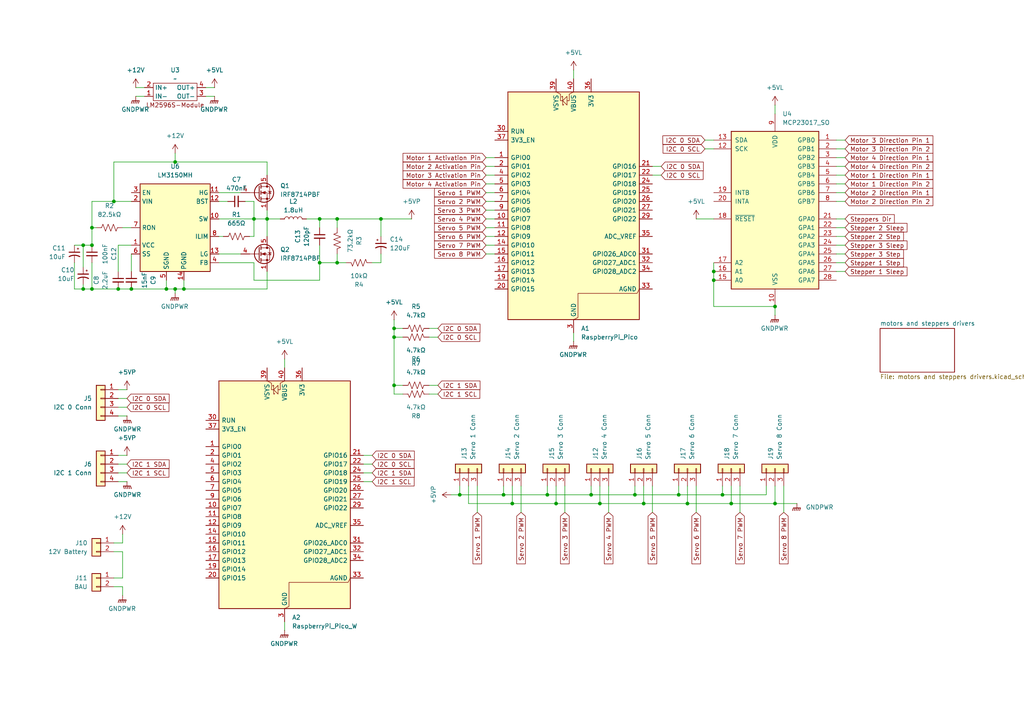
<source format=kicad_sch>
(kicad_sch (version 20250114) (generator "eeschema") (generator_version "9.0")
  (paper "A4")
  (lib_symbols
    (symbol "Connector_Generic:Conn_01x02" (pin_names (offset 1.016) (hide yes))
      (property "Reference" "J" (at 0 2.54 0))
      (property "Value" "Conn_01x02" (at 0 -5.08 0))
      (symbol "Conn_01x02_1_1"
        (pin passive line (at -5.08 0 0) (length 3.81) (name "Pin_1") (number "1"))
        (pin passive line (at -5.08 -2.54 0) (length 3.81) (name "Pin_2") (number "2"))
      )
    )
    (symbol "Connector_Generic:Conn_01x03" (pin_names (offset 1.016) (hide yes))
      (property "Reference" "J" (at 0 5.08 0))
      (property "Value" "Conn_01x03" (at 0 -5.08 0))
      (symbol "Conn_01x03_1_1"
        (pin passive line (at -5.08 2.54 0) (length 3.81) (name "Pin_1") (number "1"))
        (pin passive line (at -5.08 0 0) (length 3.81) (name "Pin_2") (number "2"))
        (pin passive line (at -5.08 -2.54 0) (length 3.81) (name "Pin_3") (number "3"))
      )
    )
    (symbol "Connector_Generic:Conn_01x04" (pin_names (offset 1.016) (hide yes))
      (property "Reference" "J" (at 0 5.08 0))
      (property "Value" "Conn_01x04" (at 0 -7.62 0))
      (symbol "Conn_01x04_1_1"
        (pin passive line (at -5.08 2.54 0) (length 3.81) (name "Pin_1") (number "1"))
        (pin passive line (at -5.08 0 0) (length 3.81) (name "Pin_2") (number "2"))
        (pin passive line (at -5.08 -2.54 0) (length 3.81) (name "Pin_3") (number "3"))
        (pin passive line (at -5.08 -5.08 0) (length 3.81) (name "Pin_4") (number "4"))
      )
    )
    (symbol "Device:C_Polarized_Small_US" (pin_numbers (hide yes)) (pin_names (offset 0.254) (hide yes))
      (property "Reference" "C" (at 0.254 1.778 0))
      (property "Value" "C_Polarized_Small_US" (at 0.254 -2.032 0))
      (symbol "C_Polarized_Small_US_1_1"
        (pin passive line (at 0 2.54 270) (length 2.032) (name "~") (number "1"))
        (pin passive line (at 0 -2.54 90) (length 2.032) (name "~") (number "2"))
      )
    )
    (symbol "Device:C_Small" (pin_numbers (hide yes)) (pin_names (offset 0.254) (hide yes))
      (property "Reference" "C" (at 0.254 1.778 0))
      (property "Value" "C_Small" (at 0.254 -2.032 0))
      (symbol "C_Small_1_1"
        (pin passive line (at 0 2.54 270) (length 2.032) (name "~") (number "1"))
        (pin passive line (at 0 -2.54 90) (length 2.032) (name "~") (number "2"))
      )
    )
    (symbol "Device:L" (pin_numbers (hide yes)) (pin_names (offset 1.016) (hide yes))
      (property "Reference" "L" (at -1.27 0 90))
      (property "Value" "L" (at 1.905 0 90))
      (symbol "L_1_1"
        (pin passive line (at 0 3.81 270) (length 1.27) (name "1") (number "1"))
        (pin passive line (at 0 -3.81 90) (length 1.27) (name "2") (number "2"))
      )
    )
    (symbol "Device:R_US" (pin_numbers (hide yes)) (pin_names (offset 0))
      (property "Reference" "R" (at 2.54 0 90))
      (property "Value" "R_US" (at -2.54 0 90))
      (symbol "R_US_1_1"
        (pin passive line (at 0 3.81 270) (length 1.27) (name "~") (number "1"))
        (pin passive line (at 0 -3.81 90) (length 1.27) (name "~") (number "2"))
      )
    )
    (symbol "Interface_Expansion:MCP23017_SO" (pin_names (offset 1.016))
      (property "Reference" "U" (at -11.43 24.13 0))
      (property "Value" "MCP23017_SO" (at 0 0 0))
      (symbol "MCP23017_SO_1_1"
        (pin bidirectional line (at -17.78 20.32 0) (length 5.08) (name "SDA") (number "13"))
        (pin input line (at -17.78 17.78 0) (length 5.08) (name "SCK") (number "12"))
        (pin tri_state line (at -17.78 5.08 0) (length 5.08) (name "INTB") (number "19"))
        (pin tri_state line (at -17.78 2.54 0) (length 5.08) (name "INTA") (number "20"))
        (pin input line (at -17.78 -2.54 0) (length 5.08) (name "~{RESET}") (number "18"))
        (pin input line (at -17.78 -15.24 0) (length 5.08) (name "A2") (number "17"))
        (pin input line (at -17.78 -17.78 0) (length 5.08) (name "A1") (number "16"))
        (pin input line (at -17.78 -20.32 0) (length 5.08) (name "A0") (number "15"))
        (pin no_connect line (at -12.7 15.24 0) (length 5.08) (hide yes) (name "NC") (number "11"))
        (pin no_connect line (at -12.7 12.7 0) (length 5.08) (hide yes) (name "NC") (number "14"))
        (pin power_in line (at 0 27.94 270) (length 5.08) (name "VDD") (number "9"))
        (pin power_in line (at 0 -27.94 90) (length 5.08) (name "VSS") (number "10"))
        (pin bidirectional line (at 17.78 20.32 180) (length 5.08) (name "GPB0") (number "1"))
        (pin bidirectional line (at 17.78 17.78 180) (length 5.08) (name "GPB1") (number "2"))
        (pin bidirectional line (at 17.78 15.24 180) (length 5.08) (name "GPB2") (number "3"))
        (pin bidirectional line (at 17.78 12.7 180) (length 5.08) (name "GPB3") (number "4"))
        (pin bidirectional line (at 17.78 10.16 180) (length 5.08) (name "GPB4") (number "5"))
        (pin bidirectional line (at 17.78 7.62 180) (length 5.08) (name "GPB5") (number "6"))
        (pin bidirectional line (at 17.78 5.08 180) (length 5.08) (name "GPB6") (number "7"))
        (pin output line (at 17.78 2.54 180) (length 5.08) (name "GPB7") (number "8"))
        (pin bidirectional line (at 17.78 -2.54 180) (length 5.08) (name "GPA0") (number "21"))
        (pin bidirectional line (at 17.78 -5.08 180) (length 5.08) (name "GPA1") (number "22"))
        (pin bidirectional line (at 17.78 -7.62 180) (length 5.08) (name "GPA2") (number "23"))
        (pin bidirectional line (at 17.78 -10.16 180) (length 5.08) (name "GPA3") (number "24"))
        (pin bidirectional line (at 17.78 -12.7 180) (length 5.08) (name "GPA4") (number "25"))
        (pin bidirectional line (at 17.78 -15.24 180) (length 5.08) (name "GPA5") (number "26"))
        (pin bidirectional line (at 17.78 -17.78 180) (length 5.08) (name "GPA6") (number "27"))
        (pin output line (at 17.78 -20.32 180) (length 5.08) (name "GPA7") (number "28"))
      )
    )
    (symbol "LM2596S-Module:LM2596S-Module"
      (property "Reference" "U" (at 0 3.556 0))
      (symbol "LM2596S-Module_1_1"
        (text "LM2596S-Module" (at 0 -3.81 0) (effects (font (size 1.27 1.27))))
        (pin input line (at -8.89 1.27 0) (length 2.54) (name "IN+") (number "2"))
        (pin input line (at -8.89 -1.27 0) (length 2.54) (name "IN-") (number "1"))
        (pin input line (at 8.89 1.27 180) (length 2.54) (name "OUT+") (number "4"))
        (pin input line (at 8.89 -1.27 180) (length 2.54) (name "OUT-") (number "3"))
      )
    )
    (symbol "MCU_Module:RaspberryPi_Pico" (pin_names (offset 0.762))
      (property "Reference" "A" (at -19.05 35.56 0))
      (property "Value" "RaspberryPi_Pico" (at 7.62 35.56 0))
      (symbol "RaspberryPi_Pico_1_1"
        (pin passive line (at -22.86 22.86 0) (length 3.81) (name "RUN") (number "30"))
        (pin passive line (at -22.86 20.32 0) (length 3.81) (name "3V3_EN") (number "37"))
        (pin bidirectional line (at -22.86 15.24 0) (length 3.81) (name "GPIO0") (number "1"))
        (pin bidirectional line (at -22.86 12.7 0) (length 3.81) (name "GPIO1") (number "2"))
        (pin bidirectional line (at -22.86 10.16 0) (length 3.81) (name "GPIO2") (number "4"))
        (pin bidirectional line (at -22.86 7.62 0) (length 3.81) (name "GPIO3") (number "5"))
        (pin bidirectional line (at -22.86 5.08 0) (length 3.81) (name "GPIO4") (number "6"))
        (pin bidirectional line (at -22.86 2.54 0) (length 3.81) (name "GPIO5") (number "7"))
        (pin bidirectional line (at -22.86 0 0) (length 3.81) (name "GPIO6") (number "9"))
        (pin bidirectional line (at -22.86 -2.54 0) (length 3.81) (name "GPIO7") (number "10"))
        (pin bidirectional line (at -22.86 -5.08 0) (length 3.81) (name "GPIO8") (number "11"))
        (pin bidirectional line (at -22.86 -7.62 0) (length 3.81) (name "GPIO9") (number "12"))
        (pin bidirectional line (at -22.86 -10.16 0) (length 3.81) (name "GPIO10") (number "14"))
        (pin bidirectional line (at -22.86 -12.7 0) (length 3.81) (name "GPIO11") (number "15"))
        (pin bidirectional line (at -22.86 -15.24 0) (length 3.81) (name "GPIO12") (number "16"))
        (pin bidirectional line (at -22.86 -17.78 0) (length 3.81) (name "GPIO13") (number "17"))
        (pin bidirectional line (at -22.86 -20.32 0) (length 3.81) (name "GPIO14") (number "19"))
        (pin bidirectional line (at -22.86 -22.86 0) (length 3.81) (name "GPIO15") (number "20"))
        (pin power_in line (at -5.08 38.1 270) (length 3.81) (name "VSYS") (number "39"))
        (pin power_out line (at 0 38.1 270) (length 3.81) (name "VBUS") (number "40"))
        (pin passive line (at 0 -35.56 90) (length 3.81) (hide yes) (name "GND") (number "13"))
        (pin passive line (at 0 -35.56 90) (length 3.81) (hide yes) (name "GND") (number "18"))
        (pin passive line (at 0 -35.56 90) (length 3.81) (hide yes) (name "GND") (number "23"))
        (pin passive line (at 0 -35.56 90) (length 3.81) (hide yes) (name "GND") (number "28"))
        (pin power_out line (at 0 -35.56 90) (length 3.81) (name "GND") (number "3"))
        (pin passive line (at 0 -35.56 90) (length 3.81) (hide yes) (name "GND") (number "38"))
        (pin passive line (at 0 -35.56 90) (length 3.81) (hide yes) (name "GND") (number "8"))
        (pin power_out line (at 5.08 38.1 270) (length 3.81) (name "3V3") (number "36"))
        (pin bidirectional line (at 22.86 12.7 180) (length 3.81) (name "GPIO16") (number "21"))
        (pin bidirectional line (at 22.86 10.16 180) (length 3.81) (name "GPIO17") (number "22"))
        (pin bidirectional line (at 22.86 7.62 180) (length 3.81) (name "GPIO18") (number "24"))
        (pin bidirectional line (at 22.86 5.08 180) (length 3.81) (name "GPIO19") (number "25"))
        (pin bidirectional line (at 22.86 2.54 180) (length 3.81) (name "GPIO20") (number "26"))
        (pin bidirectional line (at 22.86 0 180) (length 3.81) (name "GPIO21") (number "27"))
        (pin bidirectional line (at 22.86 -2.54 180) (length 3.81) (name "GPIO22") (number "29"))
        (pin power_in line (at 22.86 -7.62 180) (length 3.81) (name "ADC_VREF") (number "35"))
        (pin bidirectional line (at 22.86 -12.7 180) (length 3.81) (name "GPIO26_ADC0") (number "31"))
        (pin bidirectional line (at 22.86 -15.24 180) (length 3.81) (name "GPIO27_ADC1") (number "32"))
        (pin bidirectional line (at 22.86 -17.78 180) (length 3.81) (name "GPIO28_ADC2") (number "34"))
        (pin power_out line (at 22.86 -22.86 180) (length 3.81) (name "AGND") (number "33"))
      )
    )
    (symbol "MCU_Module:RaspberryPi_Pico_W" (pin_names (offset 0.762))
      (property "Reference" "A" (at -19.05 35.56 0))
      (property "Value" "RaspberryPi_Pico_W" (at 7.62 35.56 0))
      (symbol "RaspberryPi_Pico_W_1_1"
        (pin passive line (at -22.86 22.86 0) (length 3.81) (name "RUN") (number "30"))
        (pin passive line (at -22.86 20.32 0) (length 3.81) (name "3V3_EN") (number "37"))
        (pin bidirectional line (at -22.86 15.24 0) (length 3.81) (name "GPIO0") (number "1"))
        (pin bidirectional line (at -22.86 12.7 0) (length 3.81) (name "GPIO1") (number "2"))
        (pin bidirectional line (at -22.86 10.16 0) (length 3.81) (name "GPIO2") (number "4"))
        (pin bidirectional line (at -22.86 7.62 0) (length 3.81) (name "GPIO3") (number "5"))
        (pin bidirectional line (at -22.86 5.08 0) (length 3.81) (name "GPIO4") (number "6"))
        (pin bidirectional line (at -22.86 2.54 0) (length 3.81) (name "GPIO5") (number "7"))
        (pin bidirectional line (at -22.86 0 0) (length 3.81) (name "GPIO6") (number "9"))
        (pin bidirectional line (at -22.86 -2.54 0) (length 3.81) (name "GPIO7") (number "10"))
        (pin bidirectional line (at -22.86 -5.08 0) (length 3.81) (name "GPIO8") (number "11"))
        (pin bidirectional line (at -22.86 -7.62 0) (length 3.81) (name "GPIO9") (number "12"))
        (pin bidirectional line (at -22.86 -10.16 0) (length 3.81) (name "GPIO10") (number "14"))
        (pin bidirectional line (at -22.86 -12.7 0) (length 3.81) (name "GPIO11") (number "15"))
        (pin bidirectional line (at -22.86 -15.24 0) (length 3.81) (name "GPIO12") (number "16"))
        (pin bidirectional line (at -22.86 -17.78 0) (length 3.81) (name "GPIO13") (number "17"))
        (pin bidirectional line (at -22.86 -20.32 0) (length 3.81) (name "GPIO14") (number "19"))
        (pin bidirectional line (at -22.86 -22.86 0) (length 3.81) (name "GPIO15") (number "20"))
        (pin power_in line (at -5.08 38.1 270) (length 3.81) (name "VSYS") (number "39"))
        (pin power_out line (at 0 38.1 270) (length 3.81) (name "VBUS") (number "40"))
        (pin passive line (at 0 -35.56 90) (length 3.81) (hide yes) (name "GND") (number "13"))
        (pin passive line (at 0 -35.56 90) (length 3.81) (hide yes) (name "GND") (number "18"))
        (pin passive line (at 0 -35.56 90) (length 3.81) (hide yes) (name "GND") (number "23"))
        (pin passive line (at 0 -35.56 90) (length 3.81) (hide yes) (name "GND") (number "28"))
        (pin power_out line (at 0 -35.56 90) (length 3.81) (name "GND") (number "3"))
        (pin passive line (at 0 -35.56 90) (length 3.81) (hide yes) (name "GND") (number "38"))
        (pin passive line (at 0 -35.56 90) (length 3.81) (hide yes) (name "GND") (number "8"))
        (pin power_out line (at 5.08 38.1 270) (length 3.81) (name "3V3") (number "36"))
        (pin bidirectional line (at 22.86 12.7 180) (length 3.81) (name "GPIO16") (number "21"))
        (pin bidirectional line (at 22.86 10.16 180) (length 3.81) (name "GPIO17") (number "22"))
        (pin bidirectional line (at 22.86 7.62 180) (length 3.81) (name "GPIO18") (number "24"))
        (pin bidirectional line (at 22.86 5.08 180) (length 3.81) (name "GPIO19") (number "25"))
        (pin bidirectional line (at 22.86 2.54 180) (length 3.81) (name "GPIO20") (number "26"))
        (pin bidirectional line (at 22.86 0 180) (length 3.81) (name "GPIO21") (number "27"))
        (pin bidirectional line (at 22.86 -2.54 180) (length 3.81) (name "GPIO22") (number "29"))
        (pin power_in line (at 22.86 -7.62 180) (length 3.81) (name "ADC_VREF") (number "35"))
        (pin bidirectional line (at 22.86 -12.7 180) (length 3.81) (name "GPIO26_ADC0") (number "31"))
        (pin bidirectional line (at 22.86 -15.24 180) (length 3.81) (name "GPIO27_ADC1") (number "32"))
        (pin bidirectional line (at 22.86 -17.78 180) (length 3.81) (name "GPIO28_ADC2") (number "34"))
        (pin power_out line (at 22.86 -22.86 180) (length 3.81) (name "AGND") (number "33"))
      )
    )
    (symbol "Regulator_Switching:LM3150MH"
      (property "Reference" "U" (at -10.16 13.97 0))
      (property "Value" "LM3150MH" (at 2.54 13.97 0))
      (symbol "LM3150MH_1_1"
        (pin input line (at -12.7 10.16 0) (length 2.54) (name "EN") (number "3"))
        (pin power_in line (at -12.7 7.62 0) (length 2.54) (name "VIN") (number "2"))
        (pin input line (at -12.7 0 0) (length 2.54) (name "RON") (number "7"))
        (pin power_out line (at -12.7 -5.08 0) (length 2.54) (name "VCC") (number "1"))
        (pin passive line (at -12.7 -7.62 0) (length 2.54) (name "SS") (number "6"))
        (pin passive line (at -2.54 -15.24 90) (length 2.54) (hide yes) (name "SGND") (number "15"))
        (pin power_in line (at -2.54 -15.24 90) (length 2.54) (name "SGND") (number "5"))
        (pin passive line (at -2.54 -15.24 90) (length 2.54) (hide yes) (name "SGND") (number "9"))
        (pin power_in line (at 2.54 -15.24 90) (length 2.54) (name "PGND") (number "14"))
        (pin output line (at 12.7 10.16 180) (length 2.54) (name "HG") (number "11"))
        (pin passive line (at 12.7 7.62 180) (length 2.54) (name "BST") (number "12"))
        (pin output line (at 12.7 2.54 180) (length 2.54) (name "SW") (number "10"))
        (pin input line (at 12.7 -2.54 180) (length 2.54) (name "ILIM") (number "8"))
        (pin output line (at 12.7 -7.62 180) (length 2.54) (name "LG") (number "13"))
        (pin input line (at 12.7 -10.16 180) (length 2.54) (name "FB") (number "4"))
      )
    )
    (symbol "Transistor_FET:IRF8721PBF-1" (pin_names (hide yes))
      (property "Reference" "Q" (at 5.08 2.54 0))
      (property "Value" "IRF8721PBF-1" (at 5.08 0 0))
      (symbol "IRF8721PBF-1_1_1"
        (pin input line (at -5.08 0 0) (length 2.54) (name "G") (number "4"))
        (pin passive line (at 2.54 5.08 270) (length 2.54) (name "D") (number "5"))
        (pin passive line (at 2.54 5.08 270) (length 2.54) (hide yes) (name "D") (number "6"))
        (pin passive line (at 2.54 5.08 270) (length 2.54) (hide yes) (name "D") (number "7"))
        (pin passive line (at 2.54 5.08 270) (length 2.54) (hide yes) (name "D") (number "8"))
        (pin passive line (at 2.54 -5.08 90) (length 2.54) (name "S") (number "1"))
        (pin passive line (at 2.54 -5.08 90) (length 2.54) (hide yes) (name "S") (number "2"))
        (pin passive line (at 2.54 -5.08 90) (length 2.54) (hide yes) (name "S") (number "3"))
      )
    )
    (symbol "power:+12V" (power) (pin_numbers (hide yes)) (pin_names (offset 0) (hide yes))
      (property "Value" "+12V" (at 0 3.556 0))
      (symbol "+12V_1_1"
        (pin power_in line (at 0 0 90) (length 0) (name "~") (number "1"))
      )
    )
    (symbol "power:+5VL" (power) (pin_numbers (hide yes)) (pin_names (offset 0) (hide yes))
      (property "Value" "+5VL" (at 0 3.556 0))
      (symbol "+5VL_1_1"
        (pin power_in line (at 0 0 90) (length 0) (name "~") (number "1"))
      )
    )
    (symbol "power:+5VP" (power) (pin_numbers (hide yes)) (pin_names (offset 0) (hide yes))
      (property "Value" "+5VP" (at 0 3.556 0))
      (symbol "+5VP_1_1"
        (pin power_in line (at 0 0 90) (length 0) (name "~") (number "1"))
      )
    )
    (symbol "power:GNDPWR" (power) (pin_numbers (hide yes)) (pin_names (offset 0) (hide yes))
      (property "Value" "GNDPWR" (at 0 -3.302 0))
      (symbol "GNDPWR_1_1"
        (pin power_in line (at 0 0 270) (length 0) (name "~") (number "1"))
      )
    )
  )
  (junction (at 26.67 66.04))
  (junction (at 224.79 88.9))
  (junction (at 50.8 83.82))
  (junction (at 38.1 83.82))
  (junction (at 48.26 83.82))
  (junction (at 207.01 81.28))
  (junction (at 34.29 83.82))
  (junction (at 133.35 143.51))
  (junction (at 184.15 143.51))
  (junction (at 209.55 143.51))
  (junction (at 110.49 63.5))
  (junction (at 53.34 83.82))
  (junction (at 73.66 63.5))
  (junction (at 114.3 97.79))
  (junction (at 196.85 143.51))
  (junction (at 207.01 78.74))
  (junction (at 77.47 63.5))
  (junction (at 33.02 58.42))
  (junction (at 26.67 71.12))
  (junction (at 148.59 146.05))
  (junction (at 97.79 76.2))
  (junction (at 24.13 71.12))
  (junction (at 50.8 46.99))
  (junction (at 171.45 143.51))
  (junction (at 92.71 63.5))
  (junction (at 158.75 143.51))
  (junction (at 173.99 146.05))
  (junction (at 186.69 146.05))
  (junction (at 212.09 146.05))
  (junction (at 114.3 95.25))
  (junction (at 224.79 146.05))
  (junction (at 26.67 83.82))
  (junction (at 24.13 83.82))
  (junction (at 146.05 143.51))
  (junction (at 114.3 111.76))
  (junction (at 97.79 63.5))
  (junction (at 92.71 76.2))
  (junction (at 161.29 146.05))
  (junction (at 199.39 146.05))
  (wire (pts (xy 207.01 76.2) (xy 207.01 78.74)))
  (wire (pts (xy 148.59 146.05) (xy 161.29 146.05)))
  (wire (pts (xy 77.47 60.96) (xy 77.47 63.5)))
  (wire (pts (xy 204.47 40.64) (xy 207.01 40.64)))
  (wire (pts (xy 146.05 143.51) (xy 146.05 140.97)))
  (wire (pts (xy 140.97 73.66) (xy 143.51 73.66)))
  (wire (pts (xy 26.67 66.04) (xy 27.94 66.04)))
  (wire (pts (xy 196.85 143.51) (xy 196.85 140.97)))
  (wire (pts (xy 72.39 68.58) (xy 73.66 68.58)))
  (wire (pts (xy 127 95.25) (xy 124.46 95.25)))
  (wire (pts (xy 34.29 118.11) (xy 36.83 118.11)))
  (wire (pts (xy 245.11 43.18) (xy 242.57 43.18)))
  (wire (pts (xy 245.11 50.8) (xy 242.57 50.8)))
  (wire (pts (xy 34.29 115.57) (xy 36.83 115.57)))
  (wire (pts (xy 63.5 58.42) (xy 66.04 58.42)))
  (wire (pts (xy 209.55 143.51) (xy 209.55 140.97)))
  (wire (pts (xy 33.02 170.18) (xy 35.56 170.18)))
  (wire (pts (xy 24.13 82.55) (xy 24.13 83.82)))
  (wire (pts (xy 26.67 58.42) (xy 26.67 66.04)))
  (wire (pts (xy 148.59 146.05) (xy 148.59 140.97)))
  (wire (pts (xy 166.37 96.52) (xy 166.37 99.06)))
  (wire (pts (xy 35.56 154.94) (xy 35.56 157.48)))
  (wire (pts (xy 245.11 68.58) (xy 242.57 68.58)))
  (wire (pts (xy 140.97 48.26) (xy 143.51 48.26)))
  (wire (pts (xy 201.93 148.59) (xy 201.93 140.97)))
  (wire (pts (xy 245.11 66.04) (xy 242.57 66.04)))
  (wire (pts (xy 21.59 83.82) (xy 24.13 83.82)))
  (wire (pts (xy 186.69 146.05) (xy 199.39 146.05)))
  (wire (pts (xy 135.89 146.05) (xy 148.59 146.05)))
  (wire (pts (xy 140.97 58.42) (xy 143.51 58.42)))
  (wire (pts (xy 176.53 148.59) (xy 176.53 140.97)))
  (wire (pts (xy 158.75 143.51) (xy 171.45 143.51)))
  (wire (pts (xy 201.93 63.5) (xy 207.01 63.5)))
  (wire (pts (xy 186.69 146.05) (xy 186.69 140.97)))
  (wire (pts (xy 110.49 68.58) (xy 110.49 63.5)))
  (wire (pts (xy 33.02 157.48) (xy 35.56 157.48)))
  (wire (pts (xy 212.09 146.05) (xy 212.09 140.97)))
  (wire (pts (xy 110.49 76.2) (xy 107.95 76.2)))
  (wire (pts (xy 73.66 63.5) (xy 73.66 68.58)))
  (wire (pts (xy 77.47 63.5) (xy 81.28 63.5)))
  (wire (pts (xy 166.37 20.32) (xy 166.37 22.86)))
  (wire (pts (xy 24.13 71.12) (xy 26.67 71.12)))
  (wire (pts (xy 50.8 46.99) (xy 33.02 46.99)))
  (wire (pts (xy 38.1 83.82) (xy 48.26 83.82)))
  (wire (pts (xy 82.55 180.34) (xy 82.55 182.88)))
  (wire (pts (xy 88.9 63.5) (xy 92.71 63.5)))
  (wire (pts (xy 163.83 148.59) (xy 163.83 140.97)))
  (wire (pts (xy 24.13 77.47) (xy 24.13 71.12)))
  (wire (pts (xy 224.79 30.48) (xy 224.79 33.02)))
  (wire (pts (xy 73.66 63.5) (xy 77.47 63.5)))
  (wire (pts (xy 59.69 27.94) (xy 62.23 27.94)))
  (wire (pts (xy 77.47 63.5) (xy 77.47 68.58)))
  (wire (pts (xy 110.49 73.66) (xy 110.49 76.2)))
  (wire (pts (xy 73.66 76.2) (xy 63.5 76.2)))
  (wire (pts (xy 245.11 76.2) (xy 242.57 76.2)))
  (wire (pts (xy 138.43 148.59) (xy 138.43 140.97)))
  (wire (pts (xy 151.13 148.59) (xy 151.13 140.97)))
  (wire (pts (xy 35.56 160.02) (xy 35.56 167.64)))
  (wire (pts (xy 33.02 46.99) (xy 33.02 58.42)))
  (wire (pts (xy 77.47 83.82) (xy 53.34 83.82)))
  (wire (pts (xy 171.45 143.51) (xy 171.45 140.97)))
  (wire (pts (xy 97.79 76.2) (xy 100.33 76.2)))
  (wire (pts (xy 173.99 146.05) (xy 186.69 146.05)))
  (wire (pts (xy 222.25 143.51) (xy 222.25 140.97)))
  (wire (pts (xy 133.35 143.51) (xy 146.05 143.51)))
  (wire (pts (xy 114.3 92.71) (xy 114.3 95.25)))
  (wire (pts (xy 105.41 137.16) (xy 107.95 137.16)))
  (wire (pts (xy 38.1 73.66) (xy 38.1 78.74)))
  (wire (pts (xy 114.3 114.3) (xy 116.84 114.3)))
  (wire (pts (xy 77.47 78.74) (xy 77.47 83.82)))
  (wire (pts (xy 36.83 139.7) (xy 34.29 139.7)))
  (wire (pts (xy 77.47 50.8) (xy 77.47 46.99)))
  (wire (pts (xy 224.79 88.9) (xy 224.79 91.44)))
  (wire (pts (xy 184.15 143.51) (xy 184.15 140.97)))
  (wire (pts (xy 224.79 146.05) (xy 224.79 140.97)))
  (wire (pts (xy 26.67 66.04) (xy 26.67 71.12)))
  (wire (pts (xy 146.05 143.51) (xy 158.75 143.51)))
  (wire (pts (xy 82.55 104.14) (xy 82.55 106.68)))
  (wire (pts (xy 34.29 137.16) (xy 36.83 137.16)))
  (wire (pts (xy 199.39 146.05) (xy 199.39 140.97)))
  (wire (pts (xy 207.01 81.28) (xy 207.01 88.9)))
  (wire (pts (xy 92.71 63.5) (xy 92.71 66.04)))
  (wire (pts (xy 110.49 63.5) (xy 119.38 63.5)))
  (wire (pts (xy 33.02 58.42) (xy 38.1 58.42)))
  (wire (pts (xy 161.29 146.05) (xy 173.99 146.05)))
  (wire (pts (xy 77.47 46.99) (xy 50.8 46.99)))
  (wire (pts (xy 140.97 63.5) (xy 143.51 63.5)))
  (wire (pts (xy 140.97 50.8) (xy 143.51 50.8)))
  (wire (pts (xy 207.01 78.74) (xy 207.01 81.28)))
  (wire (pts (xy 135.89 146.05) (xy 135.89 140.97)))
  (wire (pts (xy 35.56 160.02) (xy 33.02 160.02)))
  (wire (pts (xy 173.99 146.05) (xy 173.99 140.97)))
  (wire (pts (xy 140.97 68.58) (xy 143.51 68.58)))
  (wire (pts (xy 107.95 132.08) (xy 105.41 132.08)))
  (wire (pts (xy 92.71 63.5) (xy 97.79 63.5)))
  (wire (pts (xy 133.35 143.51) (xy 133.35 140.97)))
  (wire (pts (xy 92.71 81.28) (xy 92.71 76.2)))
  (wire (pts (xy 73.66 76.2) (xy 73.66 81.28)))
  (wire (pts (xy 34.29 71.12) (xy 38.1 71.12)))
  (wire (pts (xy 199.39 146.05) (xy 212.09 146.05)))
  (wire (pts (xy 114.3 95.25) (xy 114.3 97.79)))
  (wire (pts (xy 114.3 97.79) (xy 114.3 111.76)))
  (wire (pts (xy 35.56 66.04) (xy 38.1 66.04)))
  (wire (pts (xy 227.33 148.59) (xy 227.33 140.97)))
  (wire (pts (xy 245.11 58.42) (xy 242.57 58.42)))
  (wire (pts (xy 26.67 83.82) (xy 34.29 83.82)))
  (wire (pts (xy 245.11 48.26) (xy 242.57 48.26)))
  (wire (pts (xy 92.71 76.2) (xy 97.79 76.2)))
  (wire (pts (xy 48.26 81.28) (xy 48.26 83.82)))
  (wire (pts (xy 36.83 113.03) (xy 34.29 113.03)))
  (wire (pts (xy 214.63 148.59) (xy 214.63 140.97)))
  (wire (pts (xy 50.8 83.82) (xy 53.34 83.82)))
  (wire (pts (xy 245.11 53.34) (xy 242.57 53.34)))
  (wire (pts (xy 184.15 143.51) (xy 196.85 143.51)))
  (wire (pts (xy 207.01 88.9) (xy 224.79 88.9)))
  (wire (pts (xy 196.85 143.51) (xy 209.55 143.51)))
  (wire (pts (xy 245.11 55.88) (xy 242.57 55.88)))
  (wire (pts (xy 35.56 167.64) (xy 33.02 167.64)))
  (wire (pts (xy 204.47 43.18) (xy 207.01 43.18)))
  (wire (pts (xy 107.95 134.62) (xy 105.41 134.62)))
  (wire (pts (xy 21.59 71.12) (xy 24.13 71.12)))
  (wire (pts (xy 34.29 78.74) (xy 34.29 71.12)))
  (wire (pts (xy 116.84 95.25) (xy 114.3 95.25)))
  (wire (pts (xy 130.81 143.51) (xy 133.35 143.51)))
  (wire (pts (xy 140.97 55.88) (xy 143.51 55.88)))
  (wire (pts (xy 36.83 132.08) (xy 34.29 132.08)))
  (wire (pts (xy 59.69 25.4) (xy 62.23 25.4)))
  (wire (pts (xy 114.3 97.79) (xy 116.84 97.79)))
  (wire (pts (xy 97.79 76.2) (xy 97.79 73.66)))
  (wire (pts (xy 92.71 71.12) (xy 92.71 76.2)))
  (wire (pts (xy 127 111.76) (xy 124.46 111.76)))
  (wire (pts (xy 245.11 71.12) (xy 242.57 71.12)))
  (wire (pts (xy 171.45 143.51) (xy 184.15 143.51)))
  (wire (pts (xy 189.23 48.26) (xy 191.77 48.26)))
  (wire (pts (xy 34.29 134.62) (xy 36.83 134.62)))
  (wire (pts (xy 209.55 143.51) (xy 222.25 143.51)))
  (wire (pts (xy 73.66 58.42) (xy 73.66 63.5)))
  (wire (pts (xy 245.11 73.66) (xy 242.57 73.66)))
  (wire (pts (xy 21.59 76.2) (xy 21.59 83.82)))
  (wire (pts (xy 189.23 50.8) (xy 191.77 50.8)))
  (wire (pts (xy 127 114.3) (xy 124.46 114.3)))
  (wire (pts (xy 158.75 143.51) (xy 158.75 140.97)))
  (wire (pts (xy 212.09 146.05) (xy 224.79 146.05)))
  (wire (pts (xy 140.97 53.34) (xy 143.51 53.34)))
  (wire (pts (xy 224.79 146.05) (xy 231.14 146.05)))
  (wire (pts (xy 24.13 83.82) (xy 26.67 83.82)))
  (wire (pts (xy 26.67 58.42) (xy 33.02 58.42)))
  (wire (pts (xy 39.37 27.94) (xy 41.91 27.94)))
  (wire (pts (xy 50.8 44.45) (xy 50.8 46.99)))
  (wire (pts (xy 140.97 45.72) (xy 143.51 45.72)))
  (wire (pts (xy 50.8 83.82) (xy 50.8 85.09)))
  (wire (pts (xy 140.97 71.12) (xy 143.51 71.12)))
  (wire (pts (xy 35.56 170.18) (xy 35.56 172.72)))
  (wire (pts (xy 63.5 63.5) (xy 73.66 63.5)))
  (wire (pts (xy 48.26 83.82) (xy 50.8 83.82)))
  (wire (pts (xy 36.83 120.65) (xy 34.29 120.65)))
  (wire (pts (xy 189.23 148.59) (xy 189.23 140.97)))
  (wire (pts (xy 245.11 40.64) (xy 242.57 40.64)))
  (wire (pts (xy 53.34 81.28) (xy 53.34 83.82)))
  (wire (pts (xy 71.12 58.42) (xy 73.66 58.42)))
  (wire (pts (xy 39.37 25.4) (xy 41.91 25.4)))
  (wire (pts (xy 140.97 60.96) (xy 143.51 60.96)))
  (wire (pts (xy 114.3 111.76) (xy 114.3 114.3)))
  (wire (pts (xy 73.66 81.28) (xy 92.71 81.28)))
  (wire (pts (xy 127 97.79) (xy 124.46 97.79)))
  (wire (pts (xy 63.5 68.58) (xy 64.77 68.58)))
  (wire (pts (xy 161.29 146.05) (xy 161.29 140.97)))
  (wire (pts (xy 34.29 83.82) (xy 38.1 83.82)))
  (wire (pts (xy 245.11 45.72) (xy 242.57 45.72)))
  (wire (pts (xy 97.79 66.04) (xy 97.79 63.5)))
  (wire (pts (xy 63.5 55.88) (xy 69.85 55.88)))
  (wire (pts (xy 245.11 78.74) (xy 242.57 78.74)))
  (wire (pts (xy 245.11 63.5) (xy 242.57 63.5)))
  (wire (pts (xy 26.67 76.2) (xy 26.67 83.82)))
  (wire (pts (xy 116.84 111.76) (xy 114.3 111.76)))
  (wire (pts (xy 63.5 73.66) (xy 69.85 73.66)))
  (wire (pts (xy 140.97 66.04) (xy 143.51 66.04)))
  (wire (pts (xy 105.41 139.7) (xy 107.95 139.7)))
  (wire (pts (xy 97.79 63.5) (xy 110.49 63.5)))
  (global_label "Motor 2 Direction Pin 2" (shape input) (at 245.11 58.42 0) (property "Intersheetrefs" "${INTERSHEET_REFS}" (effects (hide yes))))
  (global_label "Stepper 1 Step" (shape input) (at 245.11 76.2 0) (property "Intersheetrefs" "${INTERSHEET_REFS}" (effects (hide yes))))
  (global_label "Motor 4 Activation Pin" (shape input) (at 140.97 53.34 180) (property "Intersheetrefs" "${INTERSHEET_REFS}" (effects (hide yes))))
  (global_label "Motor 3 Activation Pin" (shape input) (at 140.97 50.8 180) (property "Intersheetrefs" "${INTERSHEET_REFS}" (effects (hide yes))))
  (global_label "I2C 0 SDA" (shape input) (at 204.47 40.64 180) (property "Intersheetrefs" "${INTERSHEET_REFS}" (effects (hide yes))))
  (global_label "Servo 2 PWM" (shape input) (at 151.13 148.59 270) (property "Intersheetrefs" "${INTERSHEET_REFS}" (effects (hide yes))))
  (global_label "Servo 7 PWM" (shape input) (at 140.97 71.12 180) (property "Intersheetrefs" "${INTERSHEET_REFS}" (effects (hide yes))))
  (global_label "I2C 1 SCL" (shape input) (at 36.83 137.16 0) (property "Intersheetrefs" "${INTERSHEET_REFS}" (effects (hide yes))))
  (global_label "Servo 6 PWM" (shape input) (at 140.97 68.58 180) (property "Intersheetrefs" "${INTERSHEET_REFS}" (effects (hide yes))))
  (global_label "I2C 0 SDA" (shape input) (at 127 95.25 0) (property "Intersheetrefs" "${INTERSHEET_REFS}" (effects (hide yes))))
  (global_label "I2C 1 SDA" (shape input) (at 127 111.76 0) (property "Intersheetrefs" "${INTERSHEET_REFS}" (effects (hide yes))))
  (global_label "Motor 3 Direction Pin 2" (shape input) (at 245.11 43.18 0) (property "Intersheetrefs" "${INTERSHEET_REFS}" (effects (hide yes))))
  (global_label "Servo 3 PWM" (shape input) (at 163.83 148.59 270) (property "Intersheetrefs" "${INTERSHEET_REFS}" (effects (hide yes))))
  (global_label "I2C 0 SDA" (shape input) (at 107.95 132.08 0) (property "Intersheetrefs" "${INTERSHEET_REFS}" (effects (hide yes))))
  (global_label "Servo 5 PWM" (shape input) (at 189.23 148.59 270) (property "Intersheetrefs" "${INTERSHEET_REFS}" (effects (hide yes))))
  (global_label "Stepper 2 Sleep" (shape input) (at 245.11 66.04 0) (property "Intersheetrefs" "${INTERSHEET_REFS}" (effects (hide yes))))
  (global_label "Stepper 1 Sleep" (shape input) (at 245.11 78.74 0) (property "Intersheetrefs" "${INTERSHEET_REFS}" (effects (hide yes))))
  (global_label "Servo 4 PWM" (shape input) (at 176.53 148.59 270) (property "Intersheetrefs" "${INTERSHEET_REFS}" (effects (hide yes))))
  (global_label "Servo 8 PWM" (shape input) (at 227.33 148.59 270) (property "Intersheetrefs" "${INTERSHEET_REFS}" (effects (hide yes))))
  (global_label "I2C 0 SCL" (shape input) (at 191.77 50.8 0) (property "Intersheetrefs" "${INTERSHEET_REFS}" (effects (hide yes))))
  (global_label "I2C 1 SDA" (shape input) (at 36.83 134.62 0) (property "Intersheetrefs" "${INTERSHEET_REFS}" (effects (hide yes))))
  (global_label "Motor 1 Activation Pin" (shape input) (at 140.97 45.72 180) (property "Intersheetrefs" "${INTERSHEET_REFS}" (effects (hide yes))))
  (global_label "Servo 6 PWM" (shape input) (at 201.93 148.59 270) (property "Intersheetrefs" "${INTERSHEET_REFS}" (effects (hide yes))))
  (global_label "I2C 0 SCL" (shape input) (at 36.83 118.11 0) (property "Intersheetrefs" "${INTERSHEET_REFS}" (effects (hide yes))))
  (global_label "Servo 7 PWM" (shape input) (at 214.63 148.59 270) (property "Intersheetrefs" "${INTERSHEET_REFS}" (effects (hide yes))))
  (global_label "I2C 1 SDA" (shape input) (at 107.95 137.16 0) (property "Intersheetrefs" "${INTERSHEET_REFS}" (effects (hide yes))))
  (global_label "Stepper 2 Step" (shape input) (at 245.11 68.58 0) (property "Intersheetrefs" "${INTERSHEET_REFS}" (effects (hide yes))))
  (global_label "Servo 4 PWM" (shape input) (at 140.97 63.5 180) (property "Intersheetrefs" "${INTERSHEET_REFS}" (effects (hide yes))))
  (global_label "I2C 0 SCL" (shape input) (at 204.47 43.18 180) (property "Intersheetrefs" "${INTERSHEET_REFS}" (effects (hide yes))))
  (global_label "I2C 0 SDA" (shape input) (at 191.77 48.26 0) (property "Intersheetrefs" "${INTERSHEET_REFS}" (effects (hide yes))))
  (global_label "I2C 1 SCL" (shape input) (at 107.95 139.7 0) (property "Intersheetrefs" "${INTERSHEET_REFS}" (effects (hide yes))))
  (global_label "Servo 1 PWM" (shape input) (at 140.97 55.88 180) (property "Intersheetrefs" "${INTERSHEET_REFS}" (effects (hide yes))))
  (global_label "Servo 8 PWM" (shape input) (at 140.97 73.66 180) (property "Intersheetrefs" "${INTERSHEET_REFS}" (effects (hide yes))))
  (global_label "Servo 5 PWM" (shape input) (at 140.97 66.04 180) (property "Intersheetrefs" "${INTERSHEET_REFS}" (effects (hide yes))))
  (global_label "Motor 3 Direction Pin 1" (shape input) (at 245.11 40.64 0) (property "Intersheetrefs" "${INTERSHEET_REFS}" (effects (hide yes))))
  (global_label "Motor 2 Activation Pin" (shape input) (at 140.97 48.26 180) (property "Intersheetrefs" "${INTERSHEET_REFS}" (effects (hide yes))))
  (global_label "I2C 1 SCL" (shape input) (at 127 114.3 0) (property "Intersheetrefs" "${INTERSHEET_REFS}" (effects (hide yes))))
  (global_label "I2C 0 SDA" (shape input) (at 36.83 115.57 0) (property "Intersheetrefs" "${INTERSHEET_REFS}" (effects (hide yes))))
  (global_label "Servo 3 PWM" (shape input) (at 140.97 60.96 180) (property "Intersheetrefs" "${INTERSHEET_REFS}" (effects (hide yes))))
  (global_label "Motor 4 Direction Pin 1" (shape input) (at 245.11 45.72 0) (property "Intersheetrefs" "${INTERSHEET_REFS}" (effects (hide yes))))
  (global_label "I2C 0 SCL" (shape input) (at 107.95 134.62 0) (property "Intersheetrefs" "${INTERSHEET_REFS}" (effects (hide yes))))
  (global_label "Steppers Dir" (shape input) (at 245.11 63.5 0) (property "Intersheetrefs" "${INTERSHEET_REFS}" (effects (hide yes))))
  (global_label "Stepper 3 Step" (shape input) (at 245.11 73.66 0) (property "Intersheetrefs" "${INTERSHEET_REFS}" (effects (hide yes))))
  (global_label "Servo 1 PWM" (shape input) (at 138.43 148.59 270) (property "Intersheetrefs" "${INTERSHEET_REFS}" (effects (hide yes))))
  (global_label "Motor 1 Direction Pin 2" (shape input) (at 245.11 53.34 0) (property "Intersheetrefs" "${INTERSHEET_REFS}" (effects (hide yes))))
  (global_label "Motor 2 Direction Pin 1" (shape input) (at 245.11 55.88 0) (property "Intersheetrefs" "${INTERSHEET_REFS}" (effects (hide yes))))
  (global_label "Motor 1 Direction Pin 1" (shape input) (at 245.11 50.8 0) (property "Intersheetrefs" "${INTERSHEET_REFS}" (effects (hide yes))))
  (global_label "I2C 0 SCL" (shape input) (at 127 97.79 0) (property "Intersheetrefs" "${INTERSHEET_REFS}" (effects (hide yes))))
  (global_label "Servo 2 PWM" (shape input) (at 140.97 58.42 180) (property "Intersheetrefs" "${INTERSHEET_REFS}" (effects (hide yes))))
  (global_label "Motor 4 Direction Pin 2" (shape input) (at 245.11 48.26 0) (property "Intersheetrefs" "${INTERSHEET_REFS}" (effects (hide yes))))
  (global_label "Stepper 3 Sleep" (shape input) (at 245.11 71.12 0) (property "Intersheetrefs" "${INTERSHEET_REFS}" (effects (hide yes))))
  (symbol (lib_id "Device:C_Polarized_Small_US") (at 21.59 73.66 0) (mirror y) (unit 1)
    (property "Reference" "C11" (at 19.05 71.9581 0) (effects (justify left)))
    (property "Value" "10uF" (at 19.05 74.4981 0) (effects (justify left)))
    (property "Footprint" "Capacitor_THT:CP_Radial_D5.0mm_P2.50mm" (effects (hide yes)))
    (property "Description" "Polarized capacitor, small US symbol" (effects (hide yes)))
  )
  (symbol (lib_id "Connector_Generic:Conn_01x03") (at 148.59 135.89 90) (unit 1)
    (property "Reference" "J14" (at 147.3199 133.35 0) (effects (justify left)))
    (property "Value" "Servo 2 Conn" (at 149.8599 133.35 0) (effects (justify left)))
    (property "Footprint" "Connector_PinHeader_2.54mm:PinHeader_1x03_P2.54mm_Vertical" (effects (hide yes)))
    (property "Description" "Generic connector, single row, 01x03, script generated (kicad-library-utils/schlib/autogen/connector/)" (effects (hide yes)))
  )
  (symbol (lib_id "Connector_Generic:Conn_01x02") (at 27.94 157.48 0) (mirror y) (unit 1)
    (property "Reference" "J10" (at 25.4 157.4799 0) (effects (justify left)))
    (property "Value" "12V Battery" (at 25.4 160.0199 0) (effects (justify left)))
    (property "Footprint" "Connector_PinHeader_2.54mm:PinHeader_1x02_P2.54mm_Vertical" (effects (hide yes)))
    (property "Description" "Generic connector, single row, 01x02, script generated (kicad-library-utils/schlib/autogen/connector/)" (effects (hide yes)))
  )
  (symbol (lib_id "power:+5VL") (at 82.55 104.14 0) (unit 1)
    (property "Reference" "#PWR038" (effects (hide yes)))
    (property "Value" "+5VL" (at 82.55 99.06 0))
    (property "Description" "Power symbol creates a global label with name \"+5VL\"" (effects (hide yes)))
  )
  (symbol (lib_id "Connector_Generic:Conn_01x04") (at 29.21 134.62 0) (mirror y) (unit 1)
    (property "Reference" "J6" (at 26.67 134.6199 0) (effects (justify left)))
    (property "Value" "I2C 1 Conn" (at 26.67 137.1599 0) (effects (justify left)))
    (property "Footprint" "Connector_PinHeader_2.54mm:PinHeader_1x04_P2.54mm_Vertical" (effects (hide yes)))
    (property "Description" "Generic connector, single row, 01x04, script generated (kicad-library-utils/schlib/autogen/connector/)" (effects (hide yes)))
  )
  (symbol (lib_id "power:GNDPWR") (at 231.14 146.05 0) (unit 1)
    (property "Reference" "#PWR043" (effects (hide yes)))
    (property "Value" "GNDPWR" (at 233.68 147.1167 0) (effects (justify left)))
    (property "Description" "Power symbol creates a global label with name \"GNDPWR\" , global ground" (effects (hide yes)))
  )
  (symbol (lib_id "power:+5VP") (at 36.83 113.03 0) (mirror y) (unit 1)
    (property "Reference" "#PWR021" (effects (hide yes)))
    (property "Value" "+5VP" (at 36.83 107.95 0))
    (property "Description" "Power symbol creates a global label with name \"+5VP\"" (effects (hide yes)))
  )
  (symbol (lib_id "Transistor_FET:IRF8721PBF-1") (at 74.93 73.66 0) (unit 1)
    (property "Reference" "Q2" (at 81.28 72.3899 0) (effects (justify left)))
    (property "Value" "IRF8714PBF" (at 81.28 74.9299 0) (effects (justify left)))
    (property "Footprint" "Package_SO:SOIC-8_3.9x4.9mm_P1.27mm" (effects (hide yes)))
    (property "Datasheet" "http://www.irf.com/product-info/datasheets/data/irf8721pbf-1.pdf" (effects (hide yes)))
    (property "Description" "14A Id, 30V Vds, HEXFET N-Channel MOSFET, SO-8" (effects (hide yes)))
  )
  (symbol (lib_id "power:+5VL") (at 114.3 92.71 0) (unit 1)
    (property "Reference" "#PWR045" (effects (hide yes)))
    (property "Value" "+5VL" (at 114.3 87.63 0))
    (property "Description" "Power symbol creates a global label with name \"+5VL\"" (effects (hide yes)))
  )
  (symbol (lib_id "power:GNDPWR") (at 36.83 139.7 0) (mirror y) (unit 1)
    (property "Reference" "#PWR024" (effects (hide yes)))
    (property "Value" "GNDPWR" (at 36.957 143.51 0))
    (property "Description" "Power symbol creates a global label with name \"GNDPWR\" , global ground" (effects (hide yes)))
  )
  (symbol (lib_id "Connector_Generic:Conn_01x02") (at 27.94 167.64 0) (mirror y) (unit 1)
    (property "Reference" "J11" (at 25.4 167.6399 0) (effects (justify left)))
    (property "Value" "BAU" (at 25.4 170.1799 0) (effects (justify left)))
    (property "Footprint" "Connector_PinHeader_2.54mm:PinHeader_1x02_P2.54mm_Vertical" (effects (hide yes)))
    (property "Description" "Generic connector, single row, 01x02, script generated (kicad-library-utils/schlib/autogen/connector/)" (effects (hide yes)))
  )
  (symbol (lib_id "Device:C_Polarized_Small_US") (at 24.13 80.01 0) (mirror y) (unit 1)
    (property "Reference" "C10" (at 21.59 78.3081 0) (effects (justify left)))
    (property "Value" "10uF" (at 21.59 80.8481 0) (effects (justify left)))
    (property "Footprint" "Capacitor_THT:CP_Radial_D5.0mm_P2.50mm" (effects (hide yes)))
    (property "Description" "Polarized capacitor, small US symbol" (effects (hide yes)))
  )
  (symbol (lib_id "Regulator_Switching:LM3150MH") (at 50.8 66.04 0) (unit 1)
    (property "Reference" "U6" (at 50.8 48.26 0))
    (property "Value" "LM3150MH" (at 50.8 50.8 0))
    (property "Footprint" "Package_SO:HTSSOP-14-1EP_4.4x5mm_P0.65mm_EP3.4x5mm_Mask3x3.1mm" (effects (hide yes)))
    (property "Datasheet" "http://www.ti.com/lit/ds/symlink/lm3150.pdf" (effects (hide yes)))
    (property "Description" "42V Wide Vin synchronous Buck controller, HTSSOP-14" (effects (hide yes)))
  )
  (symbol (lib_id "power:GNDPWR") (at 62.23 27.94 0) (unit 1)
    (property "Reference" "#PWR014" (effects (hide yes)))
    (property "Value" "GNDPWR" (at 62.103 31.75 0))
    (property "Description" "Power symbol creates a global label with name \"GNDPWR\" , global ground" (effects (hide yes)))
  )
  (symbol (lib_id "Connector_Generic:Conn_01x03") (at 186.69 135.89 90) (unit 1)
    (property "Reference" "J16" (at 185.4199 133.35 0) (effects (justify left)))
    (property "Value" "Servo 5 Conn" (at 187.9599 133.35 0) (effects (justify left)))
    (property "Footprint" "Connector_PinHeader_2.54mm:PinHeader_1x03_P2.54mm_Vertical" (effects (hide yes)))
    (property "Description" "Generic connector, single row, 01x03, script generated (kicad-library-utils/schlib/autogen/connector/)" (effects (hide yes)))
  )
  (symbol (lib_id "Transistor_FET:IRF8721PBF-1") (at 74.93 55.88 0) (unit 1)
    (property "Reference" "Q1" (at 81.28 54.6099 0) (effects (justify left bottom)))
    (property "Value" "IRF8714PBF" (at 81.28 57.1499 0) (effects (justify left bottom)))
    (property "Footprint" "Package_SO:SOIC-8_3.9x4.9mm_P1.27mm" (effects (hide yes)))
    (property "Datasheet" "http://www.irf.com/product-info/datasheets/data/irf8721pbf-1.pdf" (effects (hide yes)))
    (property "Description" "14A Id, 30V Vds, HEXFET N-Channel MOSFET, SO-8" (effects (hide yes)))
  )
  (symbol (lib_id "power:GNDPWR") (at 224.79 91.44 0) (unit 1)
    (property "Reference" "#PWR017" (effects (hide yes)))
    (property "Value" "GNDPWR" (at 224.663 95.25 0))
    (property "Description" "Power symbol creates a global label with name \"GNDPWR\" , global ground" (effects (hide yes)))
  )
  (symbol (lib_id "Device:C_Small") (at 38.1 81.28 0) (unit 1)
    (property "Reference" "C9" (at 44.45 81.2863 90))
    (property "Value" "15nF" (at 41.91 81.2863 90))
    (property "Footprint" "Capacitor_THT:C_Disc_D4.3mm_W1.9mm_P5.00mm" (effects (hide yes)))
    (property "Description" "Unpolarized capacitor, small symbol" (effects (hide yes)))
  )
  (symbol (lib_id "Connector_Generic:Conn_01x04") (at 29.21 115.57 0) (mirror y) (unit 1)
    (property "Reference" "J5" (at 26.67 115.5699 0) (effects (justify left)))
    (property "Value" "I2C 0 Conn" (at 26.67 118.1099 0) (effects (justify left)))
    (property "Footprint" "Connector_PinHeader_2.54mm:PinHeader_1x04_P2.54mm_Vertical" (effects (hide yes)))
    (property "Description" "Generic connector, single row, 01x04, script generated (kicad-library-utils/schlib/autogen/connector/)" (effects (hide yes)))
  )
  (symbol (lib_id "Device:R_US") (at 104.14 76.2 90) (mirror x) (unit 1)
    (property "Reference" "R4" (at 104.14 82.55 90))
    (property "Value" "10kΩ" (at 104.14 80.01 90))
    (property "Footprint" "Resistor_THT:R_Axial_DIN0207_L6.3mm_D2.5mm_P10.16mm_Horizontal" (effects (hide yes)))
    (property "Description" "Resistor, US symbol" (effects (hide yes)))
  )
  (symbol (lib_id "Connector_Generic:Conn_01x03") (at 212.09 135.89 90) (unit 1)
    (property "Reference" "J18" (at 210.8199 133.35 0) (effects (justify left)))
    (property "Value" "Servo 7 Conn" (at 213.3599 133.35 0) (effects (justify left)))
    (property "Footprint" "Connector_PinHeader_2.54mm:PinHeader_1x03_P2.54mm_Vertical" (effects (hide yes)))
    (property "Description" "Generic connector, single row, 01x03, script generated (kicad-library-utils/schlib/autogen/connector/)" (effects (hide yes)))
  )
  (symbol (lib_id "Device:L") (at 85.09 63.5 90) (unit 1)
    (property "Reference" "L2" (at 85.09 58.42 90))
    (property "Value" "1.8uH" (at 85.09 60.96 90))
    (property "Footprint" "Inductor_SMD:L_APV_APH1040" (effects (hide yes)))
    (property "Description" "Inductor" (effects (hide yes)))
  )
  (symbol (lib_id "power:GNDPWR") (at 166.37 99.06 0) (unit 1)
    (property "Reference" "#PWR012" (effects (hide yes)))
    (property "Value" "GNDPWR" (at 166.243 102.87 0))
    (property "Description" "Power symbol creates a global label with name \"GNDPWR\" , global ground" (effects (hide yes)))
  )
  (symbol (lib_id "power:+12V") (at 35.56 154.94 0) (unit 1)
    (property "Reference" "#PWR040" (effects (hide yes)))
    (property "Value" "+12V" (at 35.56 149.86 0))
    (property "Description" "Power symbol creates a global label with name \"+12V\"" (effects (hide yes)))
  )
  (symbol (lib_id "Connector_Generic:Conn_01x03") (at 224.79 135.89 90) (unit 1)
    (property "Reference" "J19" (at 223.5199 133.35 0) (effects (justify left)))
    (property "Value" "Servo 8 Conn" (at 226.0599 133.35 0) (effects (justify left)))
    (property "Footprint" "Connector_PinHeader_2.54mm:PinHeader_1x03_P2.54mm_Vertical" (effects (hide yes)))
    (property "Description" "Generic connector, single row, 01x03, script generated (kicad-library-utils/schlib/autogen/connector/)" (effects (hide yes)))
  )
  (symbol (lib_id "LM2596S-Module:LM2596S-Module") (at 50.8 26.67 0) (unit 1)
    (property "Reference" "U3" (at 50.8 20.32 0))
    (property "Value" "~" (at 50.8 22.86 0))
    (property "Footprint" "LM2596S-Module:LM2596S-Module" (effects (hide yes)))
  )
  (symbol (lib_id "Device:R_US") (at 120.65 114.3 90) (mirror x) (unit 1)
    (property "Reference" "R8" (at 120.65 120.65 90))
    (property "Value" "4.7kΩ" (at 120.65 118.11 90))
    (property "Footprint" "Resistor_THT:R_Axial_DIN0207_L6.3mm_D2.5mm_P10.16mm_Horizontal" (effects (hide yes)))
    (property "Description" "Resistor, US symbol" (effects (hide yes)))
  )
  (symbol (lib_id "Connector_Generic:Conn_01x03") (at 135.89 135.89 90) (unit 1)
    (property "Reference" "J13" (at 134.6199 133.35 0) (effects (justify left)))
    (property "Value" "Servo 1 Conn" (at 137.1599 133.35 0) (effects (justify left)))
    (property "Footprint" "Connector_PinHeader_2.54mm:PinHeader_1x03_P2.54mm_Vertical" (effects (hide yes)))
    (property "Description" "Generic connector, single row, 01x03, script generated (kicad-library-utils/schlib/autogen/connector/)" (effects (hide yes)))
  )
  (symbol (lib_id "Interface_Expansion:MCP23017_SO") (at 224.79 60.96 0) (unit 1)
    (property "Reference" "U4" (at 226.9333 33.02 0) (effects (justify left)))
    (property "Value" "MCP23017_SO" (at 226.9333 35.56 0) (effects (justify left)))
    (property "Footprint" "Package_SO:SOIC-28W_7.5x17.9mm_P1.27mm" (effects (hide yes)))
    (property "Datasheet" "https://ww1.microchip.com/downloads/aemDocuments/documents/APID/ProductDocuments/DataSheets/MCP23017-Data-Sheet-DS20001952.pdf" (effects (hide yes)))
    (property "Description" "16-bit I/O expander, I2C, interrupts, w pull-ups, GPA/B7 output only (https://microchip.my.site.com/s/article/GPA7---GPB7-Cannot-Be-Used-as-Inputs-In-MCP23017),  SOIC-28" (effects (hide yes)))
  )
  (symbol (lib_id "Device:R_US") (at 120.65 97.79 90) (mirror x) (unit 1)
    (property "Reference" "R6" (at 120.65 104.14 90))
    (property "Value" "4.7kΩ" (at 120.65 101.6 90))
    (property "Footprint" "Resistor_THT:R_Axial_DIN0207_L6.3mm_D2.5mm_P10.16mm_Horizontal" (effects (hide yes)))
    (property "Description" "Resistor, US symbol" (effects (hide yes)))
  )
  (symbol (lib_id "Device:R_US") (at 31.75 66.04 90) (unit 1)
    (property "Reference" "R2" (at 31.75 59.69 90))
    (property "Value" "82.5kΩ" (at 31.75 62.23 90))
    (property "Footprint" "Resistor_THT:R_Axial_DIN0207_L6.3mm_D2.5mm_P10.16mm_Horizontal" (effects (hide yes)))
    (property "Description" "Resistor, US symbol" (effects (hide yes)))
  )
  (symbol (lib_id "Device:C_Small") (at 34.29 81.28 0) (mirror y) (unit 1)
    (property "Reference" "C8" (at 27.94 81.2863 90))
    (property "Value" "2.2uF" (at 30.48 81.2863 90))
    (property "Footprint" "Capacitor_THT:C_Disc_D4.3mm_W1.9mm_P5.00mm" (effects (hide yes)))
    (property "Description" "Unpolarized capacitor, small symbol" (effects (hide yes)))
  )
  (symbol (lib_id "Connector_Generic:Conn_01x03") (at 161.29 135.89 90) (unit 1)
    (property "Reference" "J15" (at 160.0199 133.35 0) (effects (justify left)))
    (property "Value" "Servo 3 Conn" (at 162.5599 133.35 0) (effects (justify left)))
    (property "Footprint" "Connector_PinHeader_2.54mm:PinHeader_1x03_P2.54mm_Vertical" (effects (hide yes)))
    (property "Description" "Generic connector, single row, 01x03, script generated (kicad-library-utils/schlib/autogen/connector/)" (effects (hide yes)))
  )
  (symbol (lib_id "power:+5VP") (at 36.83 132.08 0) (mirror y) (unit 1)
    (property "Reference" "#PWR023" (effects (hide yes)))
    (property "Value" "+5VP" (at 36.83 127 0))
    (property "Description" "Power symbol creates a global label with name \"+5VP\"" (effects (hide yes)))
  )
  (symbol (lib_id "Device:C_Polarized_Small_US") (at 110.49 71.12 0) (unit 1)
    (property "Reference" "C14" (at 113.03 69.4181 0) (effects (justify left)))
    (property "Value" "120uF" (at 113.03 71.9581 0) (effects (justify left)))
    (property "Footprint" "Capacitor_THT:CP_Radial_D6.3mm_P2.50mm" (effects (hide yes)))
    (property "Description" "Polarized capacitor, small US symbol" (effects (hide yes)))
  )
  (symbol (lib_id "Device:R_US") (at 97.79 69.85 0) (mirror x) (unit 1)
    (property "Reference" "R3" (at 104.14 69.85 90))
    (property "Value" "73.2kΩ" (at 101.6 69.85 90))
    (property "Footprint" "Resistor_THT:R_Axial_DIN0207_L6.3mm_D2.5mm_P10.16mm_Horizontal" (effects (hide yes)))
    (property "Description" "Resistor, US symbol" (effects (hide yes)))
  )
  (symbol (lib_id "Device:C_Small") (at 92.71 68.58 0) (mirror y) (unit 1)
    (property "Reference" "C13" (at 86.36 68.5863 90))
    (property "Value" "120pF" (at 88.9 68.5863 90))
    (property "Footprint" "Capacitor_THT:C_Disc_D4.3mm_W1.9mm_P5.00mm" (effects (hide yes)))
    (property "Description" "Unpolarized capacitor, small symbol" (effects (hide yes)))
  )
  (symbol (lib_id "Device:R_US") (at 120.65 95.25 90) (unit 1)
    (property "Reference" "R5" (at 120.65 88.9 90))
    (property "Value" "4.7kΩ" (at 120.65 91.44 90))
    (property "Footprint" "Resistor_THT:R_Axial_DIN0207_L6.3mm_D2.5mm_P10.16mm_Horizontal" (effects (hide yes)))
    (property "Description" "Resistor, US symbol" (effects (hide yes)))
  )
  (symbol (lib_id "power:+5VP") (at 130.81 143.51 90) (unit 1)
    (property "Reference" "#PWR042" (effects (hide yes)))
    (property "Value" "+5VP" (at 125.73 143.51 0))
    (property "Description" "Power symbol creates a global label with name \"+5VP\"" (effects (hide yes)))
  )
  (symbol (lib_id "power:GNDPWR") (at 82.55 182.88 0) (unit 1)
    (property "Reference" "#PWR039" (effects (hide yes)))
    (property "Value" "GNDPWR" (at 82.423 186.69 0))
    (property "Description" "Power symbol creates a global label with name \"GNDPWR\" , global ground" (effects (hide yes)))
  )
  (symbol (lib_id "power:+5VL") (at 62.23 25.4 0) (unit 1)
    (property "Reference" "#PWR044" (effects (hide yes)))
    (property "Value" "+5VL" (at 62.23 20.32 0))
    (property "Description" "Power symbol creates a global label with name \"+5VL\"" (effects (hide yes)))
  )
  (symbol (lib_id "power:+12V") (at 39.37 25.4 0) (unit 1)
    (property "Reference" "#PWR011" (effects (hide yes)))
    (property "Value" "+12V" (at 39.37 20.32 0))
    (property "Description" "Power symbol creates a global label with name \"+12V\"" (effects (hide yes)))
  )
  (symbol (lib_id "power:+5VL") (at 201.93 63.5 0) (unit 1)
    (property "Reference" "#PWR025" (effects (hide yes)))
    (property "Value" "+5VL" (at 201.93 58.42 0))
    (property "Description" "Power symbol creates a global label with name \"+5VL\"" (effects (hide yes)))
  )
  (symbol (lib_id "power:GNDPWR") (at 39.37 27.94 0) (unit 1)
    (property "Reference" "#PWR013" (effects (hide yes)))
    (property "Value" "GNDPWR" (at 39.243 31.75 0))
    (property "Description" "Power symbol creates a global label with name \"GNDPWR\" , global ground" (effects (hide yes)))
  )
  (symbol (lib_id "Device:C_Small") (at 26.67 73.66 0) (unit 1)
    (property "Reference" "C12" (at 33.02 73.6663 90))
    (property "Value" "100nF" (at 30.48 73.6663 90))
    (property "Footprint" "Capacitor_THT:C_Disc_D4.3mm_W1.9mm_P5.00mm" (effects (hide yes)))
    (property "Description" "Unpolarized capacitor, small symbol" (effects (hide yes)))
  )
  (symbol (lib_id "Device:R_US") (at 120.65 111.76 90) (unit 1)
    (property "Reference" "R7" (at 120.65 105.41 90))
    (property "Value" "4.7kΩ" (at 120.65 107.95 90))
    (property "Footprint" "Resistor_THT:R_Axial_DIN0207_L6.3mm_D2.5mm_P10.16mm_Horizontal" (effects (hide yes)))
    (property "Description" "Resistor, US symbol" (effects (hide yes)))
  )
  (symbol (lib_id "power:GNDPWR") (at 35.56 172.72 0) (unit 1)
    (property "Reference" "#PWR041" (effects (hide yes)))
    (property "Value" "GNDPWR" (at 35.433 176.53 0))
    (property "Description" "Power symbol creates a global label with name \"GNDPWR\" , global ground" (effects (hide yes)))
  )
  (symbol (lib_id "MCU_Module:RaspberryPi_Pico_W") (at 82.55 144.78 0) (unit 1)
    (property "Reference" "A2" (at 84.6933 179.07 0) (effects (justify left)))
    (property "Value" "RaspberryPi_Pico_W" (at 84.6933 181.61 0) (effects (justify left)))
    (property "Footprint" "Module:RaspberryPi_Pico_Common_Unspecified" (effects (hide yes)))
    (property "Datasheet" "https://datasheets.raspberrypi.com/picow/pico-w-datasheet.pdf" (effects (hide yes)))
    (property "Description" "Versatile and inexpensive wireless microcontroller module powered by RP2040 dual-core Arm Cortex-M0+ processor up to 133 MHz, 264kB SRAM, 2MB QSPI flash, Infineon CYW43439 2.4GHz 802.11n wireless LAN; also supports Raspberry Pi Pico 2 W" (effects (hide yes)))
  )
  (symbol (lib_id "power:+12V") (at 50.8 44.45 0) (unit 1)
    (property "Reference" "#PWR019" (effects (hide yes)))
    (property "Value" "+12V" (at 50.8 39.37 0))
    (property "Description" "Power symbol creates a global label with name \"+12V\"" (effects (hide yes)))
  )
  (symbol (lib_id "Connector_Generic:Conn_01x03") (at 199.39 135.89 90) (unit 1)
    (property "Reference" "J17" (at 198.1199 133.35 0) (effects (justify left)))
    (property "Value" "Servo 6 Conn" (at 200.6599 133.35 0) (effects (justify left)))
    (property "Footprint" "Connector_PinHeader_2.54mm:PinHeader_1x03_P2.54mm_Vertical" (effects (hide yes)))
    (property "Description" "Generic connector, single row, 01x03, script generated (kicad-library-utils/schlib/autogen/connector/)" (effects (hide yes)))
  )
  (symbol (lib_id "power:+5VL") (at 224.79 30.48 0) (unit 1)
    (property "Reference" "#PWR016" (effects (hide yes)))
    (property "Value" "+5VL" (at 224.79 25.4 0))
    (property "Description" "Power symbol creates a global label with name \"+5VL\"" (effects (hide yes)))
  )
  (symbol (lib_id "power:+5VL") (at 166.37 20.32 0) (unit 1)
    (property "Reference" "#PWR05" (effects (hide yes)))
    (property "Value" "+5VL" (at 166.37 15.24 0))
    (property "Description" "Power symbol creates a global label with name \"+5VL\"" (effects (hide yes)))
  )
  (symbol (lib_id "Device:C_Small") (at 68.58 58.42 90) (unit 1)
    (property "Reference" "C7" (at 68.5863 52.07 90))
    (property "Value" "470nF" (at 68.5863 54.61 90))
    (property "Footprint" "Capacitor_THT:C_Disc_D4.3mm_W1.9mm_P5.00mm" (effects (hide yes)))
    (property "Description" "Unpolarized capacitor, small symbol" (effects (hide yes)))
  )
  (symbol (lib_id "power:GNDPWR") (at 36.83 120.65 0) (mirror y) (unit 1)
    (property "Reference" "#PWR022" (effects (hide yes)))
    (property "Value" "GNDPWR" (at 36.957 124.46 0))
    (property "Description" "Power symbol creates a global label with name \"GNDPWR\" , global ground" (effects (hide yes)))
  )
  (symbol (lib_id "Device:R_US") (at 68.58 68.58 90) (unit 1)
    (property "Reference" "R1" (at 68.58 62.23 90))
    (property "Value" "665Ω" (at 68.58 64.77 90))
    (property "Footprint" "Resistor_THT:R_Axial_DIN0207_L6.3mm_D2.5mm_P10.16mm_Horizontal" (effects (hide yes)))
    (property "Description" "Resistor, US symbol" (effects (hide yes)))
  )
  (symbol (lib_id "MCU_Module:RaspberryPi_Pico") (at 166.37 60.96 0) (unit 1)
    (property "Reference" "A1" (at 168.5133 95.25 0) (effects (justify left)))
    (property "Value" "RaspberryPi_Pico" (at 168.5133 97.79 0) (effects (justify left)))
    (property "Footprint" "Module:RaspberryPi_Pico_Common_Unspecified" (effects (hide yes)))
    (property "Datasheet" "https://datasheets.raspberrypi.com/pico/pico-datasheet.pdf" (effects (hide yes)))
    (property "Description" "Versatile and inexpensive microcontroller module powered by RP2040 dual-core Arm Cortex-M0+ processor up to 133 MHz, 264kB SRAM, 2MB QSPI flash; also supports Raspberry Pi Pico 2" (effects (hide yes)))
  )
  (symbol (lib_id "power:+5VP") (at 119.38 63.5 0) (unit 1)
    (property "Reference" "#PWR020" (effects (hide yes)))
    (property "Value" "+5VP" (at 119.38 58.42 0))
    (property "Description" "Power symbol creates a global label with name \"+5VP\"" (effects (hide yes)))
  )
  (symbol (lib_id "power:GNDPWR") (at 50.8 85.09 0) (unit 1)
    (property "Reference" "#PWR018" (effects (hide yes)))
    (property "Value" "GNDPWR" (at 50.673 88.9 0))
    (property "Description" "Power symbol creates a global label with name \"GNDPWR\" , global ground" (effects (hide yes)))
  )
  (symbol (lib_id "Connector_Generic:Conn_01x03") (at 173.99 135.89 90) (unit 1)
    (property "Reference" "J12" (at 172.7199 133.35 0) (effects (justify left)))
    (property "Value" "Servo 4 Conn" (at 175.2599 133.35 0) (effects (justify left)))
    (property "Footprint" "Connector_PinHeader_2.54mm:PinHeader_1x03_P2.54mm_Vertical" (effects (hide yes)))
    (property "Description" "Generic connector, single row, 01x03, script generated (kicad-library-utils/schlib/autogen/connector/)" (effects (hide yes)))
  )
  (sheet (at 255.27 95.25) (size 21.59 12.7) (stroke (width 0.1524))
    (property "Sheetname" "motors and steppers drivers" (at 255.27 94.5384 0) (effects (justify left bottom)))
    (property "Sheetfile" "motors and steppers drivers.kicad_sch" (at 255.27 108.5346 0) (effects (justify left top)))
  )
)
</source>
